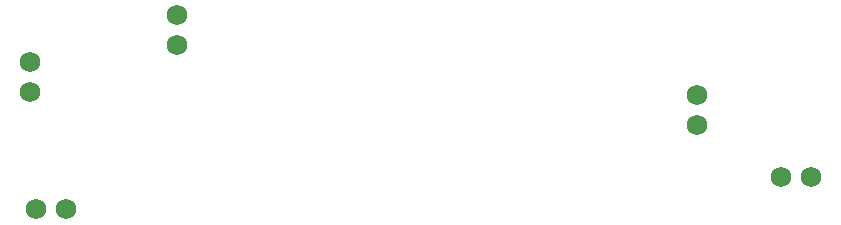
<source format=gbs>
G04*
G04 #@! TF.GenerationSoftware,Altium Limited,Altium Designer,19.1.8 (144)*
G04*
G04 Layer_Color=16711935*
%FSLAX42Y42*%
%MOMM*%
G71*
G01*
G75*
%ADD38C,1.73*%
D38*
X5942Y1817D02*
D03*
Y2072D02*
D03*
X6650Y1377D02*
D03*
X6904D02*
D03*
X602Y1105D02*
D03*
X348D02*
D03*
X1538Y2750D02*
D03*
Y2495D02*
D03*
X297Y2352D02*
D03*
Y2099D02*
D03*
M02*

</source>
